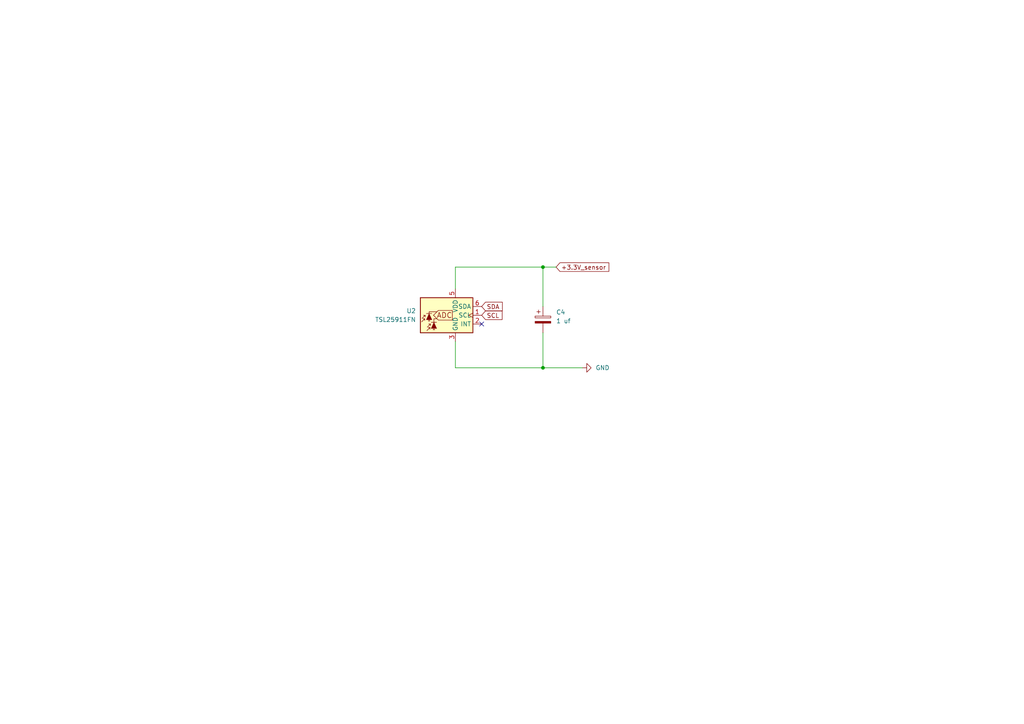
<source format=kicad_sch>
(kicad_sch (version 20250114) (generator "eeschema") (generator_version "9.0")
  (paper "A4")
  (lib_symbols
    (symbol "Device:C_Polarized" (pin_numbers (hide yes)) (pin_names (offset 0.254))
      (property "Reference" "C" (at 0.635 2.54 0))
      (property "Value" "C_Polarized" (at 0.635 -2.54 0))
      (symbol "C_Polarized_0_1"
        (rectangle (start -2.286 0.508) (end 2.286 1.016))
        (polyline (pts (xy -1.778 2.286) (xy -0.762 2.286)))
        (polyline (pts (xy -1.27 2.794) (xy -1.27 1.778)))
        (rectangle (start 2.286 -0.508) (end -2.286 -1.016) (fill (type outline)))
      )
      (symbol "C_Polarized_1_1"
        (pin passive line (at 0 3.81 270) (length 2.794) (name "~") (number "1"))
        (pin passive line (at 0 -3.81 90) (length 2.794) (name "~") (number "2"))
      )
    )
    (symbol "Sensor_Optical:TSL25911FN"
      (property "Reference" "U" (at -7.62 6.35 0))
      (property "Value" "TSL25911FN" (at 0 -6.35 0))
      (symbol "TSL25911FN_0_0"
        (text "ADC" (at -0.635 0 0) (effects (font (size 1.524 1.524))))
      )
      (symbol "TSL25911FN_0_1"
        (polyline (pts (xy -6.35 -1.016) (xy -7.239 -1.905)))
        (polyline (pts (xy -6.35 -1.016) (xy -6.858 -1.016)))
        (polyline (pts (xy -6.35 -1.016) (xy -6.35 -1.524)))
        (polyline (pts (xy -6.223 0) (xy -7.112 -0.889)))
        (polyline (pts (xy -6.223 0) (xy -6.731 0)))
        (polyline (pts (xy -6.223 0) (xy -6.223 -0.508)))
        (polyline (pts (xy -4.826 -3.556) (xy -5.715 -4.445)))
        (polyline (pts (xy -4.826 -3.556) (xy -5.334 -3.556)))
        (polyline (pts (xy -4.826 -3.556) (xy -4.826 -4.064)))
        (polyline (pts (xy -4.699 -2.54) (xy -5.588 -3.429)))
        (polyline (pts (xy -4.699 -2.54) (xy -5.207 -2.54)))
        (polyline (pts (xy -4.699 -2.54) (xy -4.699 -3.048)))
        (polyline (pts (xy -4.318 0.508) (xy -5.842 0.508)))
        (polyline (pts (xy -4.318 -1.27) (xy -5.842 -1.27) (xy -5.08 0.381) (xy -4.318 -1.27)) (fill (type outline)))
        (polyline (pts (xy -2.921 -2.032) (xy -4.445 -2.032)))
        (polyline (pts (xy -2.921 -3.81) (xy -4.445 -3.81) (xy -3.683 -2.159) (xy -2.921 -3.81)) (fill (type outline)))
      )
      (symbol "TSL25911FN_1_0"
        (polyline (pts (xy -3.81 0) (xy -2.413 1.397) (xy 1.651 1.397) (xy 1.651 0)))
        (polyline (pts (xy -3.81 0) (xy -2.413 -1.397) (xy 1.651 -1.397) (xy 1.651 0)))
      )
      (symbol "TSL25911FN_1_1"
        (rectangle (start -7.62 5.08) (end 7.62 -5.08) (stroke (width 0.254)) (fill (type background)))
        (polyline (pts (xy -5.08 -1.524) (xy -5.08 1.016) (xy -2.794 1.016)))
        (polyline (pts (xy -4.826 -1.651) (xy -5.334 -1.651)))
        (polyline (pts (xy -3.683 -4.064) (xy -3.683 -1.016) (xy -2.794 -1.016)))
        (polyline (pts (xy -3.429 -4.191) (xy -3.937 -4.191)))
        (pin no_connect line (at -7.62 2.54 0) (length 2.54) (hide yes) (name "NC") (number "4"))
        (pin power_in line (at 2.54 7.62 270) (length 2.54) (name "VDD") (number "5"))
        (pin power_in line (at 2.54 -7.62 90) (length 2.54) (name "GND") (number "3"))
        (pin bidirectional line (at 10.16 2.54 180) (length 2.54) (name "SDA") (number "6"))
        (pin input clock (at 10.16 0 180) (length 2.54) (name "SCL") (number "1"))
        (pin open_collector line (at 10.16 -2.54 180) (length 2.54) (name "INT") (number "2"))
      )
    )
    (symbol "power:GND" (power) (pin_numbers (hide yes)) (pin_names (offset 0) (hide yes))
      (property "Value" "GND" (at 0 -3.81 0))
      (symbol "GND_0_1"
        (polyline (pts (xy 0 0) (xy 0 -1.27) (xy 1.27 -1.27) (xy 0 -2.54) (xy -1.27 -1.27) (xy 0 -1.27)))
      )
      (symbol "GND_1_1"
        (pin power_in line (at 0 0 270) (length 0) (name "~") (number "1"))
      )
    )
  )
  (junction (at 157.48 77.47))
  (junction (at 157.48 106.68))
  (no_connect (at 139.7 93.98))
  (wire (pts (xy 132.08 99.06) (xy 132.08 106.68)))
  (wire (pts (xy 132.08 83.82) (xy 132.08 77.47)))
  (wire (pts (xy 157.48 77.47) (xy 157.48 88.9)))
  (wire (pts (xy 132.08 77.47) (xy 157.48 77.47)))
  (wire (pts (xy 132.08 106.68) (xy 157.48 106.68)))
  (wire (pts (xy 157.48 77.47) (xy 161.29 77.47)))
  (wire (pts (xy 157.48 106.68) (xy 168.91 106.68)))
  (wire (pts (xy 157.48 96.52) (xy 157.48 106.68)))
  (global_label "SCL" (shape input) (at 139.7 91.44 0) (property "Intersheetrefs" "${INTERSHEET_REFS}" (effects (hide yes))))
  (global_label "+3.3V_sensor" (shape input) (at 161.29 77.47 0) (property "Intersheetrefs" "${INTERSHEET_REFS}" (effects (hide yes))))
  (global_label "SDA" (shape input) (at 139.7 88.9 0) (property "Intersheetrefs" "${INTERSHEET_REFS}" (effects (hide yes))))
  (symbol (lib_id "Device:C_Polarized") (at 157.48 92.71 0) (unit 1)
    (property "Reference" "C4" (at 161.29 90.5509 0) (effects (justify left)))
    (property "Value" "1 uf" (at 161.29 93.0909 0) (effects (justify left)))
    (property "Footprint" "Capacitor_SMD:C_0402_1005Metric" (effects (hide yes)))
    (property "Description" "Polarized capacitor" (effects (hide yes)))
  )
  (symbol (lib_id "Sensor_Optical:TSL25911FN") (at 129.54 91.44 0) (unit 1)
    (property "Reference" "U2" (at 120.65 90.1699 0) (effects (justify right)))
    (property "Value" "TSL25911FN" (at 120.65 92.7099 0) (effects (justify right)))
    (property "Footprint" "Custom_Foot:SON-06-FN_2000X2400_AMS-L" (effects (hide yes)))
    (property "Datasheet" "https://ams.com/documents/20143/9331680/TSL2591_DS000338_7-00.pdf" (effects (hide yes)))
    (property "Description" "Light to digital converter, 2.7 to 3.6V Vdd, DFN-6" (effects (hide yes)))
  )
  (symbol (lib_id "power:GND") (at 168.91 106.68 90) (unit 1)
    (property "Reference" "#PWR05" (effects (hide yes)))
    (property "Value" "GND" (at 172.72 106.6799 90) (effects (justify right)))
    (property "Description" "Power symbol creates a global label with name \"GND\" , ground" (effects (hide yes)))
  )
)
</source>
